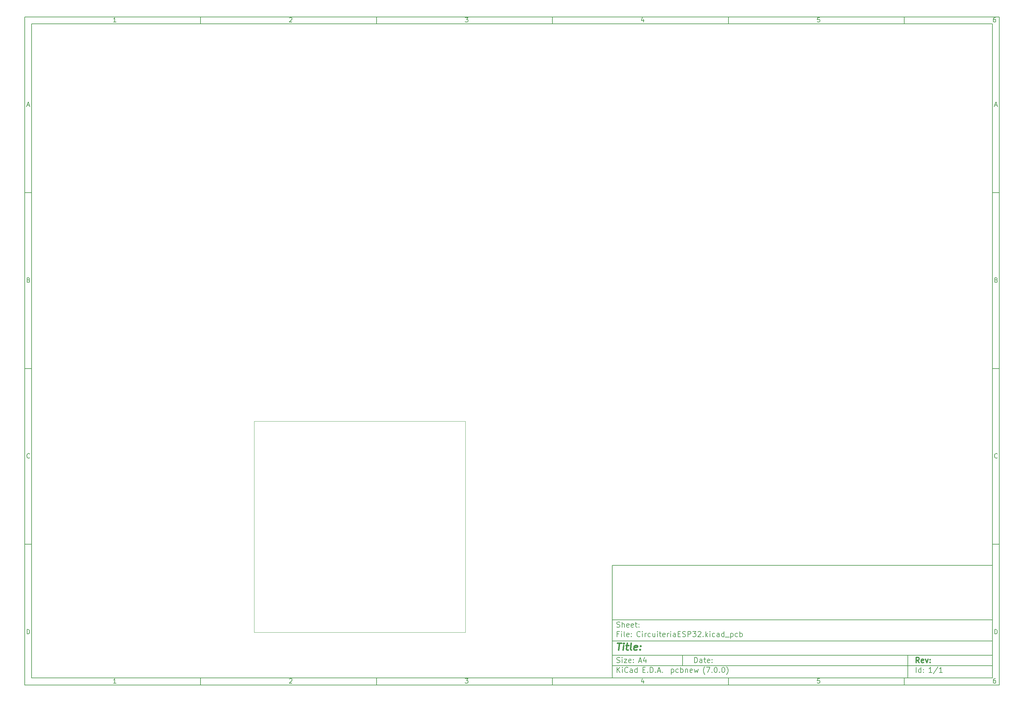
<source format=gbr>
%TF.GenerationSoftware,KiCad,Pcbnew,(7.0.0)*%
%TF.CreationDate,2023-05-11T10:59:04+02:00*%
%TF.ProjectId,CircuiteriaESP32,43697263-7569-4746-9572-696145535033,rev?*%
%TF.SameCoordinates,Original*%
%TF.FileFunction,Profile,NP*%
%FSLAX46Y46*%
G04 Gerber Fmt 4.6, Leading zero omitted, Abs format (unit mm)*
G04 Created by KiCad (PCBNEW (7.0.0)) date 2023-05-11 10:59:04*
%MOMM*%
%LPD*%
G01*
G04 APERTURE LIST*
%ADD10C,0.100000*%
%ADD11C,0.150000*%
%ADD12C,0.300000*%
%ADD13C,0.400000*%
%TA.AperFunction,Profile*%
%ADD14C,0.100000*%
%TD*%
G04 APERTURE END LIST*
D10*
D11*
X177002200Y-166007200D02*
X285002200Y-166007200D01*
X285002200Y-198007200D01*
X177002200Y-198007200D01*
X177002200Y-166007200D01*
D10*
D11*
X10000000Y-10000000D02*
X287002200Y-10000000D01*
X287002200Y-200007200D01*
X10000000Y-200007200D01*
X10000000Y-10000000D01*
D10*
D11*
X12000000Y-12000000D02*
X285002200Y-12000000D01*
X285002200Y-198007200D01*
X12000000Y-198007200D01*
X12000000Y-12000000D01*
D10*
D11*
X60000000Y-12000000D02*
X60000000Y-10000000D01*
D10*
D11*
X110000000Y-12000000D02*
X110000000Y-10000000D01*
D10*
D11*
X160000000Y-12000000D02*
X160000000Y-10000000D01*
D10*
D11*
X210000000Y-12000000D02*
X210000000Y-10000000D01*
D10*
D11*
X260000000Y-12000000D02*
X260000000Y-10000000D01*
D10*
D11*
X35990476Y-11477595D02*
X35247619Y-11477595D01*
X35619047Y-11477595D02*
X35619047Y-10177595D01*
X35619047Y-10177595D02*
X35495238Y-10363309D01*
X35495238Y-10363309D02*
X35371428Y-10487119D01*
X35371428Y-10487119D02*
X35247619Y-10549023D01*
D10*
D11*
X85247619Y-10301404D02*
X85309523Y-10239500D01*
X85309523Y-10239500D02*
X85433333Y-10177595D01*
X85433333Y-10177595D02*
X85742857Y-10177595D01*
X85742857Y-10177595D02*
X85866666Y-10239500D01*
X85866666Y-10239500D02*
X85928571Y-10301404D01*
X85928571Y-10301404D02*
X85990476Y-10425214D01*
X85990476Y-10425214D02*
X85990476Y-10549023D01*
X85990476Y-10549023D02*
X85928571Y-10734738D01*
X85928571Y-10734738D02*
X85185714Y-11477595D01*
X85185714Y-11477595D02*
X85990476Y-11477595D01*
D10*
D11*
X135185714Y-10177595D02*
X135990476Y-10177595D01*
X135990476Y-10177595D02*
X135557142Y-10672833D01*
X135557142Y-10672833D02*
X135742857Y-10672833D01*
X135742857Y-10672833D02*
X135866666Y-10734738D01*
X135866666Y-10734738D02*
X135928571Y-10796642D01*
X135928571Y-10796642D02*
X135990476Y-10920452D01*
X135990476Y-10920452D02*
X135990476Y-11229976D01*
X135990476Y-11229976D02*
X135928571Y-11353785D01*
X135928571Y-11353785D02*
X135866666Y-11415690D01*
X135866666Y-11415690D02*
X135742857Y-11477595D01*
X135742857Y-11477595D02*
X135371428Y-11477595D01*
X135371428Y-11477595D02*
X135247619Y-11415690D01*
X135247619Y-11415690D02*
X135185714Y-11353785D01*
D10*
D11*
X185866666Y-10610928D02*
X185866666Y-11477595D01*
X185557142Y-10115690D02*
X185247619Y-11044261D01*
X185247619Y-11044261D02*
X186052380Y-11044261D01*
D10*
D11*
X235928571Y-10177595D02*
X235309523Y-10177595D01*
X235309523Y-10177595D02*
X235247619Y-10796642D01*
X235247619Y-10796642D02*
X235309523Y-10734738D01*
X235309523Y-10734738D02*
X235433333Y-10672833D01*
X235433333Y-10672833D02*
X235742857Y-10672833D01*
X235742857Y-10672833D02*
X235866666Y-10734738D01*
X235866666Y-10734738D02*
X235928571Y-10796642D01*
X235928571Y-10796642D02*
X235990476Y-10920452D01*
X235990476Y-10920452D02*
X235990476Y-11229976D01*
X235990476Y-11229976D02*
X235928571Y-11353785D01*
X235928571Y-11353785D02*
X235866666Y-11415690D01*
X235866666Y-11415690D02*
X235742857Y-11477595D01*
X235742857Y-11477595D02*
X235433333Y-11477595D01*
X235433333Y-11477595D02*
X235309523Y-11415690D01*
X235309523Y-11415690D02*
X235247619Y-11353785D01*
D10*
D11*
X285866666Y-10177595D02*
X285619047Y-10177595D01*
X285619047Y-10177595D02*
X285495238Y-10239500D01*
X285495238Y-10239500D02*
X285433333Y-10301404D01*
X285433333Y-10301404D02*
X285309523Y-10487119D01*
X285309523Y-10487119D02*
X285247619Y-10734738D01*
X285247619Y-10734738D02*
X285247619Y-11229976D01*
X285247619Y-11229976D02*
X285309523Y-11353785D01*
X285309523Y-11353785D02*
X285371428Y-11415690D01*
X285371428Y-11415690D02*
X285495238Y-11477595D01*
X285495238Y-11477595D02*
X285742857Y-11477595D01*
X285742857Y-11477595D02*
X285866666Y-11415690D01*
X285866666Y-11415690D02*
X285928571Y-11353785D01*
X285928571Y-11353785D02*
X285990476Y-11229976D01*
X285990476Y-11229976D02*
X285990476Y-10920452D01*
X285990476Y-10920452D02*
X285928571Y-10796642D01*
X285928571Y-10796642D02*
X285866666Y-10734738D01*
X285866666Y-10734738D02*
X285742857Y-10672833D01*
X285742857Y-10672833D02*
X285495238Y-10672833D01*
X285495238Y-10672833D02*
X285371428Y-10734738D01*
X285371428Y-10734738D02*
X285309523Y-10796642D01*
X285309523Y-10796642D02*
X285247619Y-10920452D01*
D10*
D11*
X60000000Y-198007200D02*
X60000000Y-200007200D01*
D10*
D11*
X110000000Y-198007200D02*
X110000000Y-200007200D01*
D10*
D11*
X160000000Y-198007200D02*
X160000000Y-200007200D01*
D10*
D11*
X210000000Y-198007200D02*
X210000000Y-200007200D01*
D10*
D11*
X260000000Y-198007200D02*
X260000000Y-200007200D01*
D10*
D11*
X35990476Y-199484795D02*
X35247619Y-199484795D01*
X35619047Y-199484795D02*
X35619047Y-198184795D01*
X35619047Y-198184795D02*
X35495238Y-198370509D01*
X35495238Y-198370509D02*
X35371428Y-198494319D01*
X35371428Y-198494319D02*
X35247619Y-198556223D01*
D10*
D11*
X85247619Y-198308604D02*
X85309523Y-198246700D01*
X85309523Y-198246700D02*
X85433333Y-198184795D01*
X85433333Y-198184795D02*
X85742857Y-198184795D01*
X85742857Y-198184795D02*
X85866666Y-198246700D01*
X85866666Y-198246700D02*
X85928571Y-198308604D01*
X85928571Y-198308604D02*
X85990476Y-198432414D01*
X85990476Y-198432414D02*
X85990476Y-198556223D01*
X85990476Y-198556223D02*
X85928571Y-198741938D01*
X85928571Y-198741938D02*
X85185714Y-199484795D01*
X85185714Y-199484795D02*
X85990476Y-199484795D01*
D10*
D11*
X135185714Y-198184795D02*
X135990476Y-198184795D01*
X135990476Y-198184795D02*
X135557142Y-198680033D01*
X135557142Y-198680033D02*
X135742857Y-198680033D01*
X135742857Y-198680033D02*
X135866666Y-198741938D01*
X135866666Y-198741938D02*
X135928571Y-198803842D01*
X135928571Y-198803842D02*
X135990476Y-198927652D01*
X135990476Y-198927652D02*
X135990476Y-199237176D01*
X135990476Y-199237176D02*
X135928571Y-199360985D01*
X135928571Y-199360985D02*
X135866666Y-199422890D01*
X135866666Y-199422890D02*
X135742857Y-199484795D01*
X135742857Y-199484795D02*
X135371428Y-199484795D01*
X135371428Y-199484795D02*
X135247619Y-199422890D01*
X135247619Y-199422890D02*
X135185714Y-199360985D01*
D10*
D11*
X185866666Y-198618128D02*
X185866666Y-199484795D01*
X185557142Y-198122890D02*
X185247619Y-199051461D01*
X185247619Y-199051461D02*
X186052380Y-199051461D01*
D10*
D11*
X235928571Y-198184795D02*
X235309523Y-198184795D01*
X235309523Y-198184795D02*
X235247619Y-198803842D01*
X235247619Y-198803842D02*
X235309523Y-198741938D01*
X235309523Y-198741938D02*
X235433333Y-198680033D01*
X235433333Y-198680033D02*
X235742857Y-198680033D01*
X235742857Y-198680033D02*
X235866666Y-198741938D01*
X235866666Y-198741938D02*
X235928571Y-198803842D01*
X235928571Y-198803842D02*
X235990476Y-198927652D01*
X235990476Y-198927652D02*
X235990476Y-199237176D01*
X235990476Y-199237176D02*
X235928571Y-199360985D01*
X235928571Y-199360985D02*
X235866666Y-199422890D01*
X235866666Y-199422890D02*
X235742857Y-199484795D01*
X235742857Y-199484795D02*
X235433333Y-199484795D01*
X235433333Y-199484795D02*
X235309523Y-199422890D01*
X235309523Y-199422890D02*
X235247619Y-199360985D01*
D10*
D11*
X285866666Y-198184795D02*
X285619047Y-198184795D01*
X285619047Y-198184795D02*
X285495238Y-198246700D01*
X285495238Y-198246700D02*
X285433333Y-198308604D01*
X285433333Y-198308604D02*
X285309523Y-198494319D01*
X285309523Y-198494319D02*
X285247619Y-198741938D01*
X285247619Y-198741938D02*
X285247619Y-199237176D01*
X285247619Y-199237176D02*
X285309523Y-199360985D01*
X285309523Y-199360985D02*
X285371428Y-199422890D01*
X285371428Y-199422890D02*
X285495238Y-199484795D01*
X285495238Y-199484795D02*
X285742857Y-199484795D01*
X285742857Y-199484795D02*
X285866666Y-199422890D01*
X285866666Y-199422890D02*
X285928571Y-199360985D01*
X285928571Y-199360985D02*
X285990476Y-199237176D01*
X285990476Y-199237176D02*
X285990476Y-198927652D01*
X285990476Y-198927652D02*
X285928571Y-198803842D01*
X285928571Y-198803842D02*
X285866666Y-198741938D01*
X285866666Y-198741938D02*
X285742857Y-198680033D01*
X285742857Y-198680033D02*
X285495238Y-198680033D01*
X285495238Y-198680033D02*
X285371428Y-198741938D01*
X285371428Y-198741938D02*
X285309523Y-198803842D01*
X285309523Y-198803842D02*
X285247619Y-198927652D01*
D10*
D11*
X10000000Y-60000000D02*
X12000000Y-60000000D01*
D10*
D11*
X10000000Y-110000000D02*
X12000000Y-110000000D01*
D10*
D11*
X10000000Y-160000000D02*
X12000000Y-160000000D01*
D10*
D11*
X10690476Y-35106166D02*
X11309523Y-35106166D01*
X10566666Y-35477595D02*
X10999999Y-34177595D01*
X10999999Y-34177595D02*
X11433333Y-35477595D01*
D10*
D11*
X11092857Y-84796642D02*
X11278571Y-84858547D01*
X11278571Y-84858547D02*
X11340476Y-84920452D01*
X11340476Y-84920452D02*
X11402380Y-85044261D01*
X11402380Y-85044261D02*
X11402380Y-85229976D01*
X11402380Y-85229976D02*
X11340476Y-85353785D01*
X11340476Y-85353785D02*
X11278571Y-85415690D01*
X11278571Y-85415690D02*
X11154761Y-85477595D01*
X11154761Y-85477595D02*
X10659523Y-85477595D01*
X10659523Y-85477595D02*
X10659523Y-84177595D01*
X10659523Y-84177595D02*
X11092857Y-84177595D01*
X11092857Y-84177595D02*
X11216666Y-84239500D01*
X11216666Y-84239500D02*
X11278571Y-84301404D01*
X11278571Y-84301404D02*
X11340476Y-84425214D01*
X11340476Y-84425214D02*
X11340476Y-84549023D01*
X11340476Y-84549023D02*
X11278571Y-84672833D01*
X11278571Y-84672833D02*
X11216666Y-84734738D01*
X11216666Y-84734738D02*
X11092857Y-84796642D01*
X11092857Y-84796642D02*
X10659523Y-84796642D01*
D10*
D11*
X11402380Y-135353785D02*
X11340476Y-135415690D01*
X11340476Y-135415690D02*
X11154761Y-135477595D01*
X11154761Y-135477595D02*
X11030952Y-135477595D01*
X11030952Y-135477595D02*
X10845238Y-135415690D01*
X10845238Y-135415690D02*
X10721428Y-135291880D01*
X10721428Y-135291880D02*
X10659523Y-135168071D01*
X10659523Y-135168071D02*
X10597619Y-134920452D01*
X10597619Y-134920452D02*
X10597619Y-134734738D01*
X10597619Y-134734738D02*
X10659523Y-134487119D01*
X10659523Y-134487119D02*
X10721428Y-134363309D01*
X10721428Y-134363309D02*
X10845238Y-134239500D01*
X10845238Y-134239500D02*
X11030952Y-134177595D01*
X11030952Y-134177595D02*
X11154761Y-134177595D01*
X11154761Y-134177595D02*
X11340476Y-134239500D01*
X11340476Y-134239500D02*
X11402380Y-134301404D01*
D10*
D11*
X10659523Y-185477595D02*
X10659523Y-184177595D01*
X10659523Y-184177595D02*
X10969047Y-184177595D01*
X10969047Y-184177595D02*
X11154761Y-184239500D01*
X11154761Y-184239500D02*
X11278571Y-184363309D01*
X11278571Y-184363309D02*
X11340476Y-184487119D01*
X11340476Y-184487119D02*
X11402380Y-184734738D01*
X11402380Y-184734738D02*
X11402380Y-184920452D01*
X11402380Y-184920452D02*
X11340476Y-185168071D01*
X11340476Y-185168071D02*
X11278571Y-185291880D01*
X11278571Y-185291880D02*
X11154761Y-185415690D01*
X11154761Y-185415690D02*
X10969047Y-185477595D01*
X10969047Y-185477595D02*
X10659523Y-185477595D01*
D10*
D11*
X287002200Y-60000000D02*
X285002200Y-60000000D01*
D10*
D11*
X287002200Y-110000000D02*
X285002200Y-110000000D01*
D10*
D11*
X287002200Y-160000000D02*
X285002200Y-160000000D01*
D10*
D11*
X285692676Y-35106166D02*
X286311723Y-35106166D01*
X285568866Y-35477595D02*
X286002199Y-34177595D01*
X286002199Y-34177595D02*
X286435533Y-35477595D01*
D10*
D11*
X286095057Y-84796642D02*
X286280771Y-84858547D01*
X286280771Y-84858547D02*
X286342676Y-84920452D01*
X286342676Y-84920452D02*
X286404580Y-85044261D01*
X286404580Y-85044261D02*
X286404580Y-85229976D01*
X286404580Y-85229976D02*
X286342676Y-85353785D01*
X286342676Y-85353785D02*
X286280771Y-85415690D01*
X286280771Y-85415690D02*
X286156961Y-85477595D01*
X286156961Y-85477595D02*
X285661723Y-85477595D01*
X285661723Y-85477595D02*
X285661723Y-84177595D01*
X285661723Y-84177595D02*
X286095057Y-84177595D01*
X286095057Y-84177595D02*
X286218866Y-84239500D01*
X286218866Y-84239500D02*
X286280771Y-84301404D01*
X286280771Y-84301404D02*
X286342676Y-84425214D01*
X286342676Y-84425214D02*
X286342676Y-84549023D01*
X286342676Y-84549023D02*
X286280771Y-84672833D01*
X286280771Y-84672833D02*
X286218866Y-84734738D01*
X286218866Y-84734738D02*
X286095057Y-84796642D01*
X286095057Y-84796642D02*
X285661723Y-84796642D01*
D10*
D11*
X286404580Y-135353785D02*
X286342676Y-135415690D01*
X286342676Y-135415690D02*
X286156961Y-135477595D01*
X286156961Y-135477595D02*
X286033152Y-135477595D01*
X286033152Y-135477595D02*
X285847438Y-135415690D01*
X285847438Y-135415690D02*
X285723628Y-135291880D01*
X285723628Y-135291880D02*
X285661723Y-135168071D01*
X285661723Y-135168071D02*
X285599819Y-134920452D01*
X285599819Y-134920452D02*
X285599819Y-134734738D01*
X285599819Y-134734738D02*
X285661723Y-134487119D01*
X285661723Y-134487119D02*
X285723628Y-134363309D01*
X285723628Y-134363309D02*
X285847438Y-134239500D01*
X285847438Y-134239500D02*
X286033152Y-134177595D01*
X286033152Y-134177595D02*
X286156961Y-134177595D01*
X286156961Y-134177595D02*
X286342676Y-134239500D01*
X286342676Y-134239500D02*
X286404580Y-134301404D01*
D10*
D11*
X285661723Y-185477595D02*
X285661723Y-184177595D01*
X285661723Y-184177595D02*
X285971247Y-184177595D01*
X285971247Y-184177595D02*
X286156961Y-184239500D01*
X286156961Y-184239500D02*
X286280771Y-184363309D01*
X286280771Y-184363309D02*
X286342676Y-184487119D01*
X286342676Y-184487119D02*
X286404580Y-184734738D01*
X286404580Y-184734738D02*
X286404580Y-184920452D01*
X286404580Y-184920452D02*
X286342676Y-185168071D01*
X286342676Y-185168071D02*
X286280771Y-185291880D01*
X286280771Y-185291880D02*
X286156961Y-185415690D01*
X286156961Y-185415690D02*
X285971247Y-185477595D01*
X285971247Y-185477595D02*
X285661723Y-185477595D01*
D10*
D11*
X200359342Y-193658271D02*
X200359342Y-192158271D01*
X200359342Y-192158271D02*
X200716485Y-192158271D01*
X200716485Y-192158271D02*
X200930771Y-192229700D01*
X200930771Y-192229700D02*
X201073628Y-192372557D01*
X201073628Y-192372557D02*
X201145057Y-192515414D01*
X201145057Y-192515414D02*
X201216485Y-192801128D01*
X201216485Y-192801128D02*
X201216485Y-193015414D01*
X201216485Y-193015414D02*
X201145057Y-193301128D01*
X201145057Y-193301128D02*
X201073628Y-193443985D01*
X201073628Y-193443985D02*
X200930771Y-193586842D01*
X200930771Y-193586842D02*
X200716485Y-193658271D01*
X200716485Y-193658271D02*
X200359342Y-193658271D01*
X202502200Y-193658271D02*
X202502200Y-192872557D01*
X202502200Y-192872557D02*
X202430771Y-192729700D01*
X202430771Y-192729700D02*
X202287914Y-192658271D01*
X202287914Y-192658271D02*
X202002200Y-192658271D01*
X202002200Y-192658271D02*
X201859342Y-192729700D01*
X202502200Y-193586842D02*
X202359342Y-193658271D01*
X202359342Y-193658271D02*
X202002200Y-193658271D01*
X202002200Y-193658271D02*
X201859342Y-193586842D01*
X201859342Y-193586842D02*
X201787914Y-193443985D01*
X201787914Y-193443985D02*
X201787914Y-193301128D01*
X201787914Y-193301128D02*
X201859342Y-193158271D01*
X201859342Y-193158271D02*
X202002200Y-193086842D01*
X202002200Y-193086842D02*
X202359342Y-193086842D01*
X202359342Y-193086842D02*
X202502200Y-193015414D01*
X203002200Y-192658271D02*
X203573628Y-192658271D01*
X203216485Y-192158271D02*
X203216485Y-193443985D01*
X203216485Y-193443985D02*
X203287914Y-193586842D01*
X203287914Y-193586842D02*
X203430771Y-193658271D01*
X203430771Y-193658271D02*
X203573628Y-193658271D01*
X204645057Y-193586842D02*
X204502200Y-193658271D01*
X204502200Y-193658271D02*
X204216486Y-193658271D01*
X204216486Y-193658271D02*
X204073628Y-193586842D01*
X204073628Y-193586842D02*
X204002200Y-193443985D01*
X204002200Y-193443985D02*
X204002200Y-192872557D01*
X204002200Y-192872557D02*
X204073628Y-192729700D01*
X204073628Y-192729700D02*
X204216486Y-192658271D01*
X204216486Y-192658271D02*
X204502200Y-192658271D01*
X204502200Y-192658271D02*
X204645057Y-192729700D01*
X204645057Y-192729700D02*
X204716486Y-192872557D01*
X204716486Y-192872557D02*
X204716486Y-193015414D01*
X204716486Y-193015414D02*
X204002200Y-193158271D01*
X205359342Y-193515414D02*
X205430771Y-193586842D01*
X205430771Y-193586842D02*
X205359342Y-193658271D01*
X205359342Y-193658271D02*
X205287914Y-193586842D01*
X205287914Y-193586842D02*
X205359342Y-193515414D01*
X205359342Y-193515414D02*
X205359342Y-193658271D01*
X205359342Y-192729700D02*
X205430771Y-192801128D01*
X205430771Y-192801128D02*
X205359342Y-192872557D01*
X205359342Y-192872557D02*
X205287914Y-192801128D01*
X205287914Y-192801128D02*
X205359342Y-192729700D01*
X205359342Y-192729700D02*
X205359342Y-192872557D01*
D10*
D11*
X177002200Y-194507200D02*
X285002200Y-194507200D01*
D10*
D11*
X178359342Y-196458271D02*
X178359342Y-194958271D01*
X179216485Y-196458271D02*
X178573628Y-195601128D01*
X179216485Y-194958271D02*
X178359342Y-195815414D01*
X179859342Y-196458271D02*
X179859342Y-195458271D01*
X179859342Y-194958271D02*
X179787914Y-195029700D01*
X179787914Y-195029700D02*
X179859342Y-195101128D01*
X179859342Y-195101128D02*
X179930771Y-195029700D01*
X179930771Y-195029700D02*
X179859342Y-194958271D01*
X179859342Y-194958271D02*
X179859342Y-195101128D01*
X181430771Y-196315414D02*
X181359343Y-196386842D01*
X181359343Y-196386842D02*
X181145057Y-196458271D01*
X181145057Y-196458271D02*
X181002200Y-196458271D01*
X181002200Y-196458271D02*
X180787914Y-196386842D01*
X180787914Y-196386842D02*
X180645057Y-196243985D01*
X180645057Y-196243985D02*
X180573628Y-196101128D01*
X180573628Y-196101128D02*
X180502200Y-195815414D01*
X180502200Y-195815414D02*
X180502200Y-195601128D01*
X180502200Y-195601128D02*
X180573628Y-195315414D01*
X180573628Y-195315414D02*
X180645057Y-195172557D01*
X180645057Y-195172557D02*
X180787914Y-195029700D01*
X180787914Y-195029700D02*
X181002200Y-194958271D01*
X181002200Y-194958271D02*
X181145057Y-194958271D01*
X181145057Y-194958271D02*
X181359343Y-195029700D01*
X181359343Y-195029700D02*
X181430771Y-195101128D01*
X182716486Y-196458271D02*
X182716486Y-195672557D01*
X182716486Y-195672557D02*
X182645057Y-195529700D01*
X182645057Y-195529700D02*
X182502200Y-195458271D01*
X182502200Y-195458271D02*
X182216486Y-195458271D01*
X182216486Y-195458271D02*
X182073628Y-195529700D01*
X182716486Y-196386842D02*
X182573628Y-196458271D01*
X182573628Y-196458271D02*
X182216486Y-196458271D01*
X182216486Y-196458271D02*
X182073628Y-196386842D01*
X182073628Y-196386842D02*
X182002200Y-196243985D01*
X182002200Y-196243985D02*
X182002200Y-196101128D01*
X182002200Y-196101128D02*
X182073628Y-195958271D01*
X182073628Y-195958271D02*
X182216486Y-195886842D01*
X182216486Y-195886842D02*
X182573628Y-195886842D01*
X182573628Y-195886842D02*
X182716486Y-195815414D01*
X184073629Y-196458271D02*
X184073629Y-194958271D01*
X184073629Y-196386842D02*
X183930771Y-196458271D01*
X183930771Y-196458271D02*
X183645057Y-196458271D01*
X183645057Y-196458271D02*
X183502200Y-196386842D01*
X183502200Y-196386842D02*
X183430771Y-196315414D01*
X183430771Y-196315414D02*
X183359343Y-196172557D01*
X183359343Y-196172557D02*
X183359343Y-195743985D01*
X183359343Y-195743985D02*
X183430771Y-195601128D01*
X183430771Y-195601128D02*
X183502200Y-195529700D01*
X183502200Y-195529700D02*
X183645057Y-195458271D01*
X183645057Y-195458271D02*
X183930771Y-195458271D01*
X183930771Y-195458271D02*
X184073629Y-195529700D01*
X185687914Y-195672557D02*
X186187914Y-195672557D01*
X186402200Y-196458271D02*
X185687914Y-196458271D01*
X185687914Y-196458271D02*
X185687914Y-194958271D01*
X185687914Y-194958271D02*
X186402200Y-194958271D01*
X187045057Y-196315414D02*
X187116486Y-196386842D01*
X187116486Y-196386842D02*
X187045057Y-196458271D01*
X187045057Y-196458271D02*
X186973629Y-196386842D01*
X186973629Y-196386842D02*
X187045057Y-196315414D01*
X187045057Y-196315414D02*
X187045057Y-196458271D01*
X187759343Y-196458271D02*
X187759343Y-194958271D01*
X187759343Y-194958271D02*
X188116486Y-194958271D01*
X188116486Y-194958271D02*
X188330772Y-195029700D01*
X188330772Y-195029700D02*
X188473629Y-195172557D01*
X188473629Y-195172557D02*
X188545058Y-195315414D01*
X188545058Y-195315414D02*
X188616486Y-195601128D01*
X188616486Y-195601128D02*
X188616486Y-195815414D01*
X188616486Y-195815414D02*
X188545058Y-196101128D01*
X188545058Y-196101128D02*
X188473629Y-196243985D01*
X188473629Y-196243985D02*
X188330772Y-196386842D01*
X188330772Y-196386842D02*
X188116486Y-196458271D01*
X188116486Y-196458271D02*
X187759343Y-196458271D01*
X189259343Y-196315414D02*
X189330772Y-196386842D01*
X189330772Y-196386842D02*
X189259343Y-196458271D01*
X189259343Y-196458271D02*
X189187915Y-196386842D01*
X189187915Y-196386842D02*
X189259343Y-196315414D01*
X189259343Y-196315414D02*
X189259343Y-196458271D01*
X189902201Y-196029700D02*
X190616487Y-196029700D01*
X189759344Y-196458271D02*
X190259344Y-194958271D01*
X190259344Y-194958271D02*
X190759344Y-196458271D01*
X191259343Y-196315414D02*
X191330772Y-196386842D01*
X191330772Y-196386842D02*
X191259343Y-196458271D01*
X191259343Y-196458271D02*
X191187915Y-196386842D01*
X191187915Y-196386842D02*
X191259343Y-196315414D01*
X191259343Y-196315414D02*
X191259343Y-196458271D01*
X193773629Y-195458271D02*
X193773629Y-196958271D01*
X193773629Y-195529700D02*
X193916487Y-195458271D01*
X193916487Y-195458271D02*
X194202201Y-195458271D01*
X194202201Y-195458271D02*
X194345058Y-195529700D01*
X194345058Y-195529700D02*
X194416487Y-195601128D01*
X194416487Y-195601128D02*
X194487915Y-195743985D01*
X194487915Y-195743985D02*
X194487915Y-196172557D01*
X194487915Y-196172557D02*
X194416487Y-196315414D01*
X194416487Y-196315414D02*
X194345058Y-196386842D01*
X194345058Y-196386842D02*
X194202201Y-196458271D01*
X194202201Y-196458271D02*
X193916487Y-196458271D01*
X193916487Y-196458271D02*
X193773629Y-196386842D01*
X195773630Y-196386842D02*
X195630772Y-196458271D01*
X195630772Y-196458271D02*
X195345058Y-196458271D01*
X195345058Y-196458271D02*
X195202201Y-196386842D01*
X195202201Y-196386842D02*
X195130772Y-196315414D01*
X195130772Y-196315414D02*
X195059344Y-196172557D01*
X195059344Y-196172557D02*
X195059344Y-195743985D01*
X195059344Y-195743985D02*
X195130772Y-195601128D01*
X195130772Y-195601128D02*
X195202201Y-195529700D01*
X195202201Y-195529700D02*
X195345058Y-195458271D01*
X195345058Y-195458271D02*
X195630772Y-195458271D01*
X195630772Y-195458271D02*
X195773630Y-195529700D01*
X196416486Y-196458271D02*
X196416486Y-194958271D01*
X196416486Y-195529700D02*
X196559344Y-195458271D01*
X196559344Y-195458271D02*
X196845058Y-195458271D01*
X196845058Y-195458271D02*
X196987915Y-195529700D01*
X196987915Y-195529700D02*
X197059344Y-195601128D01*
X197059344Y-195601128D02*
X197130772Y-195743985D01*
X197130772Y-195743985D02*
X197130772Y-196172557D01*
X197130772Y-196172557D02*
X197059344Y-196315414D01*
X197059344Y-196315414D02*
X196987915Y-196386842D01*
X196987915Y-196386842D02*
X196845058Y-196458271D01*
X196845058Y-196458271D02*
X196559344Y-196458271D01*
X196559344Y-196458271D02*
X196416486Y-196386842D01*
X197773629Y-195458271D02*
X197773629Y-196458271D01*
X197773629Y-195601128D02*
X197845058Y-195529700D01*
X197845058Y-195529700D02*
X197987915Y-195458271D01*
X197987915Y-195458271D02*
X198202201Y-195458271D01*
X198202201Y-195458271D02*
X198345058Y-195529700D01*
X198345058Y-195529700D02*
X198416487Y-195672557D01*
X198416487Y-195672557D02*
X198416487Y-196458271D01*
X199702201Y-196386842D02*
X199559344Y-196458271D01*
X199559344Y-196458271D02*
X199273630Y-196458271D01*
X199273630Y-196458271D02*
X199130772Y-196386842D01*
X199130772Y-196386842D02*
X199059344Y-196243985D01*
X199059344Y-196243985D02*
X199059344Y-195672557D01*
X199059344Y-195672557D02*
X199130772Y-195529700D01*
X199130772Y-195529700D02*
X199273630Y-195458271D01*
X199273630Y-195458271D02*
X199559344Y-195458271D01*
X199559344Y-195458271D02*
X199702201Y-195529700D01*
X199702201Y-195529700D02*
X199773630Y-195672557D01*
X199773630Y-195672557D02*
X199773630Y-195815414D01*
X199773630Y-195815414D02*
X199059344Y-195958271D01*
X200273629Y-195458271D02*
X200559344Y-196458271D01*
X200559344Y-196458271D02*
X200845058Y-195743985D01*
X200845058Y-195743985D02*
X201130772Y-196458271D01*
X201130772Y-196458271D02*
X201416486Y-195458271D01*
X203316487Y-197029700D02*
X203245058Y-196958271D01*
X203245058Y-196958271D02*
X203102201Y-196743985D01*
X203102201Y-196743985D02*
X203030773Y-196601128D01*
X203030773Y-196601128D02*
X202959344Y-196386842D01*
X202959344Y-196386842D02*
X202887915Y-196029700D01*
X202887915Y-196029700D02*
X202887915Y-195743985D01*
X202887915Y-195743985D02*
X202959344Y-195386842D01*
X202959344Y-195386842D02*
X203030773Y-195172557D01*
X203030773Y-195172557D02*
X203102201Y-195029700D01*
X203102201Y-195029700D02*
X203245058Y-194815414D01*
X203245058Y-194815414D02*
X203316487Y-194743985D01*
X203745058Y-194958271D02*
X204745058Y-194958271D01*
X204745058Y-194958271D02*
X204102201Y-196458271D01*
X205316486Y-196315414D02*
X205387915Y-196386842D01*
X205387915Y-196386842D02*
X205316486Y-196458271D01*
X205316486Y-196458271D02*
X205245058Y-196386842D01*
X205245058Y-196386842D02*
X205316486Y-196315414D01*
X205316486Y-196315414D02*
X205316486Y-196458271D01*
X206316487Y-194958271D02*
X206459344Y-194958271D01*
X206459344Y-194958271D02*
X206602201Y-195029700D01*
X206602201Y-195029700D02*
X206673630Y-195101128D01*
X206673630Y-195101128D02*
X206745058Y-195243985D01*
X206745058Y-195243985D02*
X206816487Y-195529700D01*
X206816487Y-195529700D02*
X206816487Y-195886842D01*
X206816487Y-195886842D02*
X206745058Y-196172557D01*
X206745058Y-196172557D02*
X206673630Y-196315414D01*
X206673630Y-196315414D02*
X206602201Y-196386842D01*
X206602201Y-196386842D02*
X206459344Y-196458271D01*
X206459344Y-196458271D02*
X206316487Y-196458271D01*
X206316487Y-196458271D02*
X206173630Y-196386842D01*
X206173630Y-196386842D02*
X206102201Y-196315414D01*
X206102201Y-196315414D02*
X206030772Y-196172557D01*
X206030772Y-196172557D02*
X205959344Y-195886842D01*
X205959344Y-195886842D02*
X205959344Y-195529700D01*
X205959344Y-195529700D02*
X206030772Y-195243985D01*
X206030772Y-195243985D02*
X206102201Y-195101128D01*
X206102201Y-195101128D02*
X206173630Y-195029700D01*
X206173630Y-195029700D02*
X206316487Y-194958271D01*
X207459343Y-196315414D02*
X207530772Y-196386842D01*
X207530772Y-196386842D02*
X207459343Y-196458271D01*
X207459343Y-196458271D02*
X207387915Y-196386842D01*
X207387915Y-196386842D02*
X207459343Y-196315414D01*
X207459343Y-196315414D02*
X207459343Y-196458271D01*
X208459344Y-194958271D02*
X208602201Y-194958271D01*
X208602201Y-194958271D02*
X208745058Y-195029700D01*
X208745058Y-195029700D02*
X208816487Y-195101128D01*
X208816487Y-195101128D02*
X208887915Y-195243985D01*
X208887915Y-195243985D02*
X208959344Y-195529700D01*
X208959344Y-195529700D02*
X208959344Y-195886842D01*
X208959344Y-195886842D02*
X208887915Y-196172557D01*
X208887915Y-196172557D02*
X208816487Y-196315414D01*
X208816487Y-196315414D02*
X208745058Y-196386842D01*
X208745058Y-196386842D02*
X208602201Y-196458271D01*
X208602201Y-196458271D02*
X208459344Y-196458271D01*
X208459344Y-196458271D02*
X208316487Y-196386842D01*
X208316487Y-196386842D02*
X208245058Y-196315414D01*
X208245058Y-196315414D02*
X208173629Y-196172557D01*
X208173629Y-196172557D02*
X208102201Y-195886842D01*
X208102201Y-195886842D02*
X208102201Y-195529700D01*
X208102201Y-195529700D02*
X208173629Y-195243985D01*
X208173629Y-195243985D02*
X208245058Y-195101128D01*
X208245058Y-195101128D02*
X208316487Y-195029700D01*
X208316487Y-195029700D02*
X208459344Y-194958271D01*
X209459343Y-197029700D02*
X209530772Y-196958271D01*
X209530772Y-196958271D02*
X209673629Y-196743985D01*
X209673629Y-196743985D02*
X209745058Y-196601128D01*
X209745058Y-196601128D02*
X209816486Y-196386842D01*
X209816486Y-196386842D02*
X209887915Y-196029700D01*
X209887915Y-196029700D02*
X209887915Y-195743985D01*
X209887915Y-195743985D02*
X209816486Y-195386842D01*
X209816486Y-195386842D02*
X209745058Y-195172557D01*
X209745058Y-195172557D02*
X209673629Y-195029700D01*
X209673629Y-195029700D02*
X209530772Y-194815414D01*
X209530772Y-194815414D02*
X209459343Y-194743985D01*
D10*
D11*
X177002200Y-191507200D02*
X285002200Y-191507200D01*
D10*
D12*
X264216485Y-193658271D02*
X263716485Y-192943985D01*
X263359342Y-193658271D02*
X263359342Y-192158271D01*
X263359342Y-192158271D02*
X263930771Y-192158271D01*
X263930771Y-192158271D02*
X264073628Y-192229700D01*
X264073628Y-192229700D02*
X264145057Y-192301128D01*
X264145057Y-192301128D02*
X264216485Y-192443985D01*
X264216485Y-192443985D02*
X264216485Y-192658271D01*
X264216485Y-192658271D02*
X264145057Y-192801128D01*
X264145057Y-192801128D02*
X264073628Y-192872557D01*
X264073628Y-192872557D02*
X263930771Y-192943985D01*
X263930771Y-192943985D02*
X263359342Y-192943985D01*
X265430771Y-193586842D02*
X265287914Y-193658271D01*
X265287914Y-193658271D02*
X265002200Y-193658271D01*
X265002200Y-193658271D02*
X264859342Y-193586842D01*
X264859342Y-193586842D02*
X264787914Y-193443985D01*
X264787914Y-193443985D02*
X264787914Y-192872557D01*
X264787914Y-192872557D02*
X264859342Y-192729700D01*
X264859342Y-192729700D02*
X265002200Y-192658271D01*
X265002200Y-192658271D02*
X265287914Y-192658271D01*
X265287914Y-192658271D02*
X265430771Y-192729700D01*
X265430771Y-192729700D02*
X265502200Y-192872557D01*
X265502200Y-192872557D02*
X265502200Y-193015414D01*
X265502200Y-193015414D02*
X264787914Y-193158271D01*
X266002199Y-192658271D02*
X266359342Y-193658271D01*
X266359342Y-193658271D02*
X266716485Y-192658271D01*
X267287913Y-193515414D02*
X267359342Y-193586842D01*
X267359342Y-193586842D02*
X267287913Y-193658271D01*
X267287913Y-193658271D02*
X267216485Y-193586842D01*
X267216485Y-193586842D02*
X267287913Y-193515414D01*
X267287913Y-193515414D02*
X267287913Y-193658271D01*
X267287913Y-192729700D02*
X267359342Y-192801128D01*
X267359342Y-192801128D02*
X267287913Y-192872557D01*
X267287913Y-192872557D02*
X267216485Y-192801128D01*
X267216485Y-192801128D02*
X267287913Y-192729700D01*
X267287913Y-192729700D02*
X267287913Y-192872557D01*
D10*
D11*
X178287914Y-193586842D02*
X178502200Y-193658271D01*
X178502200Y-193658271D02*
X178859342Y-193658271D01*
X178859342Y-193658271D02*
X179002200Y-193586842D01*
X179002200Y-193586842D02*
X179073628Y-193515414D01*
X179073628Y-193515414D02*
X179145057Y-193372557D01*
X179145057Y-193372557D02*
X179145057Y-193229700D01*
X179145057Y-193229700D02*
X179073628Y-193086842D01*
X179073628Y-193086842D02*
X179002200Y-193015414D01*
X179002200Y-193015414D02*
X178859342Y-192943985D01*
X178859342Y-192943985D02*
X178573628Y-192872557D01*
X178573628Y-192872557D02*
X178430771Y-192801128D01*
X178430771Y-192801128D02*
X178359342Y-192729700D01*
X178359342Y-192729700D02*
X178287914Y-192586842D01*
X178287914Y-192586842D02*
X178287914Y-192443985D01*
X178287914Y-192443985D02*
X178359342Y-192301128D01*
X178359342Y-192301128D02*
X178430771Y-192229700D01*
X178430771Y-192229700D02*
X178573628Y-192158271D01*
X178573628Y-192158271D02*
X178930771Y-192158271D01*
X178930771Y-192158271D02*
X179145057Y-192229700D01*
X179787913Y-193658271D02*
X179787913Y-192658271D01*
X179787913Y-192158271D02*
X179716485Y-192229700D01*
X179716485Y-192229700D02*
X179787913Y-192301128D01*
X179787913Y-192301128D02*
X179859342Y-192229700D01*
X179859342Y-192229700D02*
X179787913Y-192158271D01*
X179787913Y-192158271D02*
X179787913Y-192301128D01*
X180359342Y-192658271D02*
X181145057Y-192658271D01*
X181145057Y-192658271D02*
X180359342Y-193658271D01*
X180359342Y-193658271D02*
X181145057Y-193658271D01*
X182287914Y-193586842D02*
X182145057Y-193658271D01*
X182145057Y-193658271D02*
X181859343Y-193658271D01*
X181859343Y-193658271D02*
X181716485Y-193586842D01*
X181716485Y-193586842D02*
X181645057Y-193443985D01*
X181645057Y-193443985D02*
X181645057Y-192872557D01*
X181645057Y-192872557D02*
X181716485Y-192729700D01*
X181716485Y-192729700D02*
X181859343Y-192658271D01*
X181859343Y-192658271D02*
X182145057Y-192658271D01*
X182145057Y-192658271D02*
X182287914Y-192729700D01*
X182287914Y-192729700D02*
X182359343Y-192872557D01*
X182359343Y-192872557D02*
X182359343Y-193015414D01*
X182359343Y-193015414D02*
X181645057Y-193158271D01*
X183002199Y-193515414D02*
X183073628Y-193586842D01*
X183073628Y-193586842D02*
X183002199Y-193658271D01*
X183002199Y-193658271D02*
X182930771Y-193586842D01*
X182930771Y-193586842D02*
X183002199Y-193515414D01*
X183002199Y-193515414D02*
X183002199Y-193658271D01*
X183002199Y-192729700D02*
X183073628Y-192801128D01*
X183073628Y-192801128D02*
X183002199Y-192872557D01*
X183002199Y-192872557D02*
X182930771Y-192801128D01*
X182930771Y-192801128D02*
X183002199Y-192729700D01*
X183002199Y-192729700D02*
X183002199Y-192872557D01*
X184545057Y-193229700D02*
X185259343Y-193229700D01*
X184402200Y-193658271D02*
X184902200Y-192158271D01*
X184902200Y-192158271D02*
X185402200Y-193658271D01*
X186545057Y-192658271D02*
X186545057Y-193658271D01*
X186187914Y-192086842D02*
X185830771Y-193158271D01*
X185830771Y-193158271D02*
X186759342Y-193158271D01*
D10*
D11*
X263359342Y-196458271D02*
X263359342Y-194958271D01*
X264716486Y-196458271D02*
X264716486Y-194958271D01*
X264716486Y-196386842D02*
X264573628Y-196458271D01*
X264573628Y-196458271D02*
X264287914Y-196458271D01*
X264287914Y-196458271D02*
X264145057Y-196386842D01*
X264145057Y-196386842D02*
X264073628Y-196315414D01*
X264073628Y-196315414D02*
X264002200Y-196172557D01*
X264002200Y-196172557D02*
X264002200Y-195743985D01*
X264002200Y-195743985D02*
X264073628Y-195601128D01*
X264073628Y-195601128D02*
X264145057Y-195529700D01*
X264145057Y-195529700D02*
X264287914Y-195458271D01*
X264287914Y-195458271D02*
X264573628Y-195458271D01*
X264573628Y-195458271D02*
X264716486Y-195529700D01*
X265430771Y-196315414D02*
X265502200Y-196386842D01*
X265502200Y-196386842D02*
X265430771Y-196458271D01*
X265430771Y-196458271D02*
X265359343Y-196386842D01*
X265359343Y-196386842D02*
X265430771Y-196315414D01*
X265430771Y-196315414D02*
X265430771Y-196458271D01*
X265430771Y-195529700D02*
X265502200Y-195601128D01*
X265502200Y-195601128D02*
X265430771Y-195672557D01*
X265430771Y-195672557D02*
X265359343Y-195601128D01*
X265359343Y-195601128D02*
X265430771Y-195529700D01*
X265430771Y-195529700D02*
X265430771Y-195672557D01*
X267830772Y-196458271D02*
X266973629Y-196458271D01*
X267402200Y-196458271D02*
X267402200Y-194958271D01*
X267402200Y-194958271D02*
X267259343Y-195172557D01*
X267259343Y-195172557D02*
X267116486Y-195315414D01*
X267116486Y-195315414D02*
X266973629Y-195386842D01*
X269545057Y-194886842D02*
X268259343Y-196815414D01*
X270830772Y-196458271D02*
X269973629Y-196458271D01*
X270402200Y-196458271D02*
X270402200Y-194958271D01*
X270402200Y-194958271D02*
X270259343Y-195172557D01*
X270259343Y-195172557D02*
X270116486Y-195315414D01*
X270116486Y-195315414D02*
X269973629Y-195386842D01*
D10*
D11*
X177002200Y-187507200D02*
X285002200Y-187507200D01*
D10*
D13*
X178454580Y-188041961D02*
X179597438Y-188041961D01*
X178776009Y-190041961D02*
X179026009Y-188041961D01*
X180014105Y-190041961D02*
X180180771Y-188708628D01*
X180264105Y-188041961D02*
X180156962Y-188137200D01*
X180156962Y-188137200D02*
X180240295Y-188232438D01*
X180240295Y-188232438D02*
X180347438Y-188137200D01*
X180347438Y-188137200D02*
X180264105Y-188041961D01*
X180264105Y-188041961D02*
X180240295Y-188232438D01*
X180847438Y-188708628D02*
X181609343Y-188708628D01*
X181216486Y-188041961D02*
X181002200Y-189756247D01*
X181002200Y-189756247D02*
X181073629Y-189946723D01*
X181073629Y-189946723D02*
X181252200Y-190041961D01*
X181252200Y-190041961D02*
X181442676Y-190041961D01*
X182395057Y-190041961D02*
X182216486Y-189946723D01*
X182216486Y-189946723D02*
X182145057Y-189756247D01*
X182145057Y-189756247D02*
X182359343Y-188041961D01*
X183930771Y-189946723D02*
X183728390Y-190041961D01*
X183728390Y-190041961D02*
X183347438Y-190041961D01*
X183347438Y-190041961D02*
X183168867Y-189946723D01*
X183168867Y-189946723D02*
X183097438Y-189756247D01*
X183097438Y-189756247D02*
X183192676Y-188994342D01*
X183192676Y-188994342D02*
X183311724Y-188803866D01*
X183311724Y-188803866D02*
X183514105Y-188708628D01*
X183514105Y-188708628D02*
X183895057Y-188708628D01*
X183895057Y-188708628D02*
X184073628Y-188803866D01*
X184073628Y-188803866D02*
X184145057Y-188994342D01*
X184145057Y-188994342D02*
X184121247Y-189184819D01*
X184121247Y-189184819D02*
X183145057Y-189375295D01*
X184895057Y-189851485D02*
X184978391Y-189946723D01*
X184978391Y-189946723D02*
X184871248Y-190041961D01*
X184871248Y-190041961D02*
X184787914Y-189946723D01*
X184787914Y-189946723D02*
X184895057Y-189851485D01*
X184895057Y-189851485D02*
X184871248Y-190041961D01*
X185026010Y-188803866D02*
X185109343Y-188899104D01*
X185109343Y-188899104D02*
X185002200Y-188994342D01*
X185002200Y-188994342D02*
X184918867Y-188899104D01*
X184918867Y-188899104D02*
X185026010Y-188803866D01*
X185026010Y-188803866D02*
X185002200Y-188994342D01*
D10*
D11*
X178859342Y-185472557D02*
X178359342Y-185472557D01*
X178359342Y-186258271D02*
X178359342Y-184758271D01*
X178359342Y-184758271D02*
X179073628Y-184758271D01*
X179645056Y-186258271D02*
X179645056Y-185258271D01*
X179645056Y-184758271D02*
X179573628Y-184829700D01*
X179573628Y-184829700D02*
X179645056Y-184901128D01*
X179645056Y-184901128D02*
X179716485Y-184829700D01*
X179716485Y-184829700D02*
X179645056Y-184758271D01*
X179645056Y-184758271D02*
X179645056Y-184901128D01*
X180573628Y-186258271D02*
X180430771Y-186186842D01*
X180430771Y-186186842D02*
X180359342Y-186043985D01*
X180359342Y-186043985D02*
X180359342Y-184758271D01*
X181716485Y-186186842D02*
X181573628Y-186258271D01*
X181573628Y-186258271D02*
X181287914Y-186258271D01*
X181287914Y-186258271D02*
X181145056Y-186186842D01*
X181145056Y-186186842D02*
X181073628Y-186043985D01*
X181073628Y-186043985D02*
X181073628Y-185472557D01*
X181073628Y-185472557D02*
X181145056Y-185329700D01*
X181145056Y-185329700D02*
X181287914Y-185258271D01*
X181287914Y-185258271D02*
X181573628Y-185258271D01*
X181573628Y-185258271D02*
X181716485Y-185329700D01*
X181716485Y-185329700D02*
X181787914Y-185472557D01*
X181787914Y-185472557D02*
X181787914Y-185615414D01*
X181787914Y-185615414D02*
X181073628Y-185758271D01*
X182430770Y-186115414D02*
X182502199Y-186186842D01*
X182502199Y-186186842D02*
X182430770Y-186258271D01*
X182430770Y-186258271D02*
X182359342Y-186186842D01*
X182359342Y-186186842D02*
X182430770Y-186115414D01*
X182430770Y-186115414D02*
X182430770Y-186258271D01*
X182430770Y-185329700D02*
X182502199Y-185401128D01*
X182502199Y-185401128D02*
X182430770Y-185472557D01*
X182430770Y-185472557D02*
X182359342Y-185401128D01*
X182359342Y-185401128D02*
X182430770Y-185329700D01*
X182430770Y-185329700D02*
X182430770Y-185472557D01*
X184902199Y-186115414D02*
X184830771Y-186186842D01*
X184830771Y-186186842D02*
X184616485Y-186258271D01*
X184616485Y-186258271D02*
X184473628Y-186258271D01*
X184473628Y-186258271D02*
X184259342Y-186186842D01*
X184259342Y-186186842D02*
X184116485Y-186043985D01*
X184116485Y-186043985D02*
X184045056Y-185901128D01*
X184045056Y-185901128D02*
X183973628Y-185615414D01*
X183973628Y-185615414D02*
X183973628Y-185401128D01*
X183973628Y-185401128D02*
X184045056Y-185115414D01*
X184045056Y-185115414D02*
X184116485Y-184972557D01*
X184116485Y-184972557D02*
X184259342Y-184829700D01*
X184259342Y-184829700D02*
X184473628Y-184758271D01*
X184473628Y-184758271D02*
X184616485Y-184758271D01*
X184616485Y-184758271D02*
X184830771Y-184829700D01*
X184830771Y-184829700D02*
X184902199Y-184901128D01*
X185545056Y-186258271D02*
X185545056Y-185258271D01*
X185545056Y-184758271D02*
X185473628Y-184829700D01*
X185473628Y-184829700D02*
X185545056Y-184901128D01*
X185545056Y-184901128D02*
X185616485Y-184829700D01*
X185616485Y-184829700D02*
X185545056Y-184758271D01*
X185545056Y-184758271D02*
X185545056Y-184901128D01*
X186259342Y-186258271D02*
X186259342Y-185258271D01*
X186259342Y-185543985D02*
X186330771Y-185401128D01*
X186330771Y-185401128D02*
X186402200Y-185329700D01*
X186402200Y-185329700D02*
X186545057Y-185258271D01*
X186545057Y-185258271D02*
X186687914Y-185258271D01*
X187830771Y-186186842D02*
X187687913Y-186258271D01*
X187687913Y-186258271D02*
X187402199Y-186258271D01*
X187402199Y-186258271D02*
X187259342Y-186186842D01*
X187259342Y-186186842D02*
X187187913Y-186115414D01*
X187187913Y-186115414D02*
X187116485Y-185972557D01*
X187116485Y-185972557D02*
X187116485Y-185543985D01*
X187116485Y-185543985D02*
X187187913Y-185401128D01*
X187187913Y-185401128D02*
X187259342Y-185329700D01*
X187259342Y-185329700D02*
X187402199Y-185258271D01*
X187402199Y-185258271D02*
X187687913Y-185258271D01*
X187687913Y-185258271D02*
X187830771Y-185329700D01*
X189116485Y-185258271D02*
X189116485Y-186258271D01*
X188473627Y-185258271D02*
X188473627Y-186043985D01*
X188473627Y-186043985D02*
X188545056Y-186186842D01*
X188545056Y-186186842D02*
X188687913Y-186258271D01*
X188687913Y-186258271D02*
X188902199Y-186258271D01*
X188902199Y-186258271D02*
X189045056Y-186186842D01*
X189045056Y-186186842D02*
X189116485Y-186115414D01*
X189830770Y-186258271D02*
X189830770Y-185258271D01*
X189830770Y-184758271D02*
X189759342Y-184829700D01*
X189759342Y-184829700D02*
X189830770Y-184901128D01*
X189830770Y-184901128D02*
X189902199Y-184829700D01*
X189902199Y-184829700D02*
X189830770Y-184758271D01*
X189830770Y-184758271D02*
X189830770Y-184901128D01*
X190330771Y-185258271D02*
X190902199Y-185258271D01*
X190545056Y-184758271D02*
X190545056Y-186043985D01*
X190545056Y-186043985D02*
X190616485Y-186186842D01*
X190616485Y-186186842D02*
X190759342Y-186258271D01*
X190759342Y-186258271D02*
X190902199Y-186258271D01*
X191973628Y-186186842D02*
X191830771Y-186258271D01*
X191830771Y-186258271D02*
X191545057Y-186258271D01*
X191545057Y-186258271D02*
X191402199Y-186186842D01*
X191402199Y-186186842D02*
X191330771Y-186043985D01*
X191330771Y-186043985D02*
X191330771Y-185472557D01*
X191330771Y-185472557D02*
X191402199Y-185329700D01*
X191402199Y-185329700D02*
X191545057Y-185258271D01*
X191545057Y-185258271D02*
X191830771Y-185258271D01*
X191830771Y-185258271D02*
X191973628Y-185329700D01*
X191973628Y-185329700D02*
X192045057Y-185472557D01*
X192045057Y-185472557D02*
X192045057Y-185615414D01*
X192045057Y-185615414D02*
X191330771Y-185758271D01*
X192687913Y-186258271D02*
X192687913Y-185258271D01*
X192687913Y-185543985D02*
X192759342Y-185401128D01*
X192759342Y-185401128D02*
X192830771Y-185329700D01*
X192830771Y-185329700D02*
X192973628Y-185258271D01*
X192973628Y-185258271D02*
X193116485Y-185258271D01*
X193616484Y-186258271D02*
X193616484Y-185258271D01*
X193616484Y-184758271D02*
X193545056Y-184829700D01*
X193545056Y-184829700D02*
X193616484Y-184901128D01*
X193616484Y-184901128D02*
X193687913Y-184829700D01*
X193687913Y-184829700D02*
X193616484Y-184758271D01*
X193616484Y-184758271D02*
X193616484Y-184901128D01*
X194973628Y-186258271D02*
X194973628Y-185472557D01*
X194973628Y-185472557D02*
X194902199Y-185329700D01*
X194902199Y-185329700D02*
X194759342Y-185258271D01*
X194759342Y-185258271D02*
X194473628Y-185258271D01*
X194473628Y-185258271D02*
X194330770Y-185329700D01*
X194973628Y-186186842D02*
X194830770Y-186258271D01*
X194830770Y-186258271D02*
X194473628Y-186258271D01*
X194473628Y-186258271D02*
X194330770Y-186186842D01*
X194330770Y-186186842D02*
X194259342Y-186043985D01*
X194259342Y-186043985D02*
X194259342Y-185901128D01*
X194259342Y-185901128D02*
X194330770Y-185758271D01*
X194330770Y-185758271D02*
X194473628Y-185686842D01*
X194473628Y-185686842D02*
X194830770Y-185686842D01*
X194830770Y-185686842D02*
X194973628Y-185615414D01*
X195687913Y-185472557D02*
X196187913Y-185472557D01*
X196402199Y-186258271D02*
X195687913Y-186258271D01*
X195687913Y-186258271D02*
X195687913Y-184758271D01*
X195687913Y-184758271D02*
X196402199Y-184758271D01*
X196973628Y-186186842D02*
X197187914Y-186258271D01*
X197187914Y-186258271D02*
X197545056Y-186258271D01*
X197545056Y-186258271D02*
X197687914Y-186186842D01*
X197687914Y-186186842D02*
X197759342Y-186115414D01*
X197759342Y-186115414D02*
X197830771Y-185972557D01*
X197830771Y-185972557D02*
X197830771Y-185829700D01*
X197830771Y-185829700D02*
X197759342Y-185686842D01*
X197759342Y-185686842D02*
X197687914Y-185615414D01*
X197687914Y-185615414D02*
X197545056Y-185543985D01*
X197545056Y-185543985D02*
X197259342Y-185472557D01*
X197259342Y-185472557D02*
X197116485Y-185401128D01*
X197116485Y-185401128D02*
X197045056Y-185329700D01*
X197045056Y-185329700D02*
X196973628Y-185186842D01*
X196973628Y-185186842D02*
X196973628Y-185043985D01*
X196973628Y-185043985D02*
X197045056Y-184901128D01*
X197045056Y-184901128D02*
X197116485Y-184829700D01*
X197116485Y-184829700D02*
X197259342Y-184758271D01*
X197259342Y-184758271D02*
X197616485Y-184758271D01*
X197616485Y-184758271D02*
X197830771Y-184829700D01*
X198473627Y-186258271D02*
X198473627Y-184758271D01*
X198473627Y-184758271D02*
X199045056Y-184758271D01*
X199045056Y-184758271D02*
X199187913Y-184829700D01*
X199187913Y-184829700D02*
X199259342Y-184901128D01*
X199259342Y-184901128D02*
X199330770Y-185043985D01*
X199330770Y-185043985D02*
X199330770Y-185258271D01*
X199330770Y-185258271D02*
X199259342Y-185401128D01*
X199259342Y-185401128D02*
X199187913Y-185472557D01*
X199187913Y-185472557D02*
X199045056Y-185543985D01*
X199045056Y-185543985D02*
X198473627Y-185543985D01*
X199830770Y-184758271D02*
X200759342Y-184758271D01*
X200759342Y-184758271D02*
X200259342Y-185329700D01*
X200259342Y-185329700D02*
X200473627Y-185329700D01*
X200473627Y-185329700D02*
X200616485Y-185401128D01*
X200616485Y-185401128D02*
X200687913Y-185472557D01*
X200687913Y-185472557D02*
X200759342Y-185615414D01*
X200759342Y-185615414D02*
X200759342Y-185972557D01*
X200759342Y-185972557D02*
X200687913Y-186115414D01*
X200687913Y-186115414D02*
X200616485Y-186186842D01*
X200616485Y-186186842D02*
X200473627Y-186258271D01*
X200473627Y-186258271D02*
X200045056Y-186258271D01*
X200045056Y-186258271D02*
X199902199Y-186186842D01*
X199902199Y-186186842D02*
X199830770Y-186115414D01*
X201330770Y-184901128D02*
X201402198Y-184829700D01*
X201402198Y-184829700D02*
X201545056Y-184758271D01*
X201545056Y-184758271D02*
X201902198Y-184758271D01*
X201902198Y-184758271D02*
X202045056Y-184829700D01*
X202045056Y-184829700D02*
X202116484Y-184901128D01*
X202116484Y-184901128D02*
X202187913Y-185043985D01*
X202187913Y-185043985D02*
X202187913Y-185186842D01*
X202187913Y-185186842D02*
X202116484Y-185401128D01*
X202116484Y-185401128D02*
X201259341Y-186258271D01*
X201259341Y-186258271D02*
X202187913Y-186258271D01*
X202830769Y-186115414D02*
X202902198Y-186186842D01*
X202902198Y-186186842D02*
X202830769Y-186258271D01*
X202830769Y-186258271D02*
X202759341Y-186186842D01*
X202759341Y-186186842D02*
X202830769Y-186115414D01*
X202830769Y-186115414D02*
X202830769Y-186258271D01*
X203545055Y-186258271D02*
X203545055Y-184758271D01*
X203687913Y-185686842D02*
X204116484Y-186258271D01*
X204116484Y-185258271D02*
X203545055Y-185829700D01*
X204759341Y-186258271D02*
X204759341Y-185258271D01*
X204759341Y-184758271D02*
X204687913Y-184829700D01*
X204687913Y-184829700D02*
X204759341Y-184901128D01*
X204759341Y-184901128D02*
X204830770Y-184829700D01*
X204830770Y-184829700D02*
X204759341Y-184758271D01*
X204759341Y-184758271D02*
X204759341Y-184901128D01*
X206116485Y-186186842D02*
X205973627Y-186258271D01*
X205973627Y-186258271D02*
X205687913Y-186258271D01*
X205687913Y-186258271D02*
X205545056Y-186186842D01*
X205545056Y-186186842D02*
X205473627Y-186115414D01*
X205473627Y-186115414D02*
X205402199Y-185972557D01*
X205402199Y-185972557D02*
X205402199Y-185543985D01*
X205402199Y-185543985D02*
X205473627Y-185401128D01*
X205473627Y-185401128D02*
X205545056Y-185329700D01*
X205545056Y-185329700D02*
X205687913Y-185258271D01*
X205687913Y-185258271D02*
X205973627Y-185258271D01*
X205973627Y-185258271D02*
X206116485Y-185329700D01*
X207402199Y-186258271D02*
X207402199Y-185472557D01*
X207402199Y-185472557D02*
X207330770Y-185329700D01*
X207330770Y-185329700D02*
X207187913Y-185258271D01*
X207187913Y-185258271D02*
X206902199Y-185258271D01*
X206902199Y-185258271D02*
X206759341Y-185329700D01*
X207402199Y-186186842D02*
X207259341Y-186258271D01*
X207259341Y-186258271D02*
X206902199Y-186258271D01*
X206902199Y-186258271D02*
X206759341Y-186186842D01*
X206759341Y-186186842D02*
X206687913Y-186043985D01*
X206687913Y-186043985D02*
X206687913Y-185901128D01*
X206687913Y-185901128D02*
X206759341Y-185758271D01*
X206759341Y-185758271D02*
X206902199Y-185686842D01*
X206902199Y-185686842D02*
X207259341Y-185686842D01*
X207259341Y-185686842D02*
X207402199Y-185615414D01*
X208759342Y-186258271D02*
X208759342Y-184758271D01*
X208759342Y-186186842D02*
X208616484Y-186258271D01*
X208616484Y-186258271D02*
X208330770Y-186258271D01*
X208330770Y-186258271D02*
X208187913Y-186186842D01*
X208187913Y-186186842D02*
X208116484Y-186115414D01*
X208116484Y-186115414D02*
X208045056Y-185972557D01*
X208045056Y-185972557D02*
X208045056Y-185543985D01*
X208045056Y-185543985D02*
X208116484Y-185401128D01*
X208116484Y-185401128D02*
X208187913Y-185329700D01*
X208187913Y-185329700D02*
X208330770Y-185258271D01*
X208330770Y-185258271D02*
X208616484Y-185258271D01*
X208616484Y-185258271D02*
X208759342Y-185329700D01*
X209116485Y-186401128D02*
X210259342Y-186401128D01*
X210616484Y-185258271D02*
X210616484Y-186758271D01*
X210616484Y-185329700D02*
X210759342Y-185258271D01*
X210759342Y-185258271D02*
X211045056Y-185258271D01*
X211045056Y-185258271D02*
X211187913Y-185329700D01*
X211187913Y-185329700D02*
X211259342Y-185401128D01*
X211259342Y-185401128D02*
X211330770Y-185543985D01*
X211330770Y-185543985D02*
X211330770Y-185972557D01*
X211330770Y-185972557D02*
X211259342Y-186115414D01*
X211259342Y-186115414D02*
X211187913Y-186186842D01*
X211187913Y-186186842D02*
X211045056Y-186258271D01*
X211045056Y-186258271D02*
X210759342Y-186258271D01*
X210759342Y-186258271D02*
X210616484Y-186186842D01*
X212616485Y-186186842D02*
X212473627Y-186258271D01*
X212473627Y-186258271D02*
X212187913Y-186258271D01*
X212187913Y-186258271D02*
X212045056Y-186186842D01*
X212045056Y-186186842D02*
X211973627Y-186115414D01*
X211973627Y-186115414D02*
X211902199Y-185972557D01*
X211902199Y-185972557D02*
X211902199Y-185543985D01*
X211902199Y-185543985D02*
X211973627Y-185401128D01*
X211973627Y-185401128D02*
X212045056Y-185329700D01*
X212045056Y-185329700D02*
X212187913Y-185258271D01*
X212187913Y-185258271D02*
X212473627Y-185258271D01*
X212473627Y-185258271D02*
X212616485Y-185329700D01*
X213259341Y-186258271D02*
X213259341Y-184758271D01*
X213259341Y-185329700D02*
X213402199Y-185258271D01*
X213402199Y-185258271D02*
X213687913Y-185258271D01*
X213687913Y-185258271D02*
X213830770Y-185329700D01*
X213830770Y-185329700D02*
X213902199Y-185401128D01*
X213902199Y-185401128D02*
X213973627Y-185543985D01*
X213973627Y-185543985D02*
X213973627Y-185972557D01*
X213973627Y-185972557D02*
X213902199Y-186115414D01*
X213902199Y-186115414D02*
X213830770Y-186186842D01*
X213830770Y-186186842D02*
X213687913Y-186258271D01*
X213687913Y-186258271D02*
X213402199Y-186258271D01*
X213402199Y-186258271D02*
X213259341Y-186186842D01*
D10*
D11*
X177002200Y-181507200D02*
X285002200Y-181507200D01*
D10*
D11*
X178287914Y-183486842D02*
X178502200Y-183558271D01*
X178502200Y-183558271D02*
X178859342Y-183558271D01*
X178859342Y-183558271D02*
X179002200Y-183486842D01*
X179002200Y-183486842D02*
X179073628Y-183415414D01*
X179073628Y-183415414D02*
X179145057Y-183272557D01*
X179145057Y-183272557D02*
X179145057Y-183129700D01*
X179145057Y-183129700D02*
X179073628Y-182986842D01*
X179073628Y-182986842D02*
X179002200Y-182915414D01*
X179002200Y-182915414D02*
X178859342Y-182843985D01*
X178859342Y-182843985D02*
X178573628Y-182772557D01*
X178573628Y-182772557D02*
X178430771Y-182701128D01*
X178430771Y-182701128D02*
X178359342Y-182629700D01*
X178359342Y-182629700D02*
X178287914Y-182486842D01*
X178287914Y-182486842D02*
X178287914Y-182343985D01*
X178287914Y-182343985D02*
X178359342Y-182201128D01*
X178359342Y-182201128D02*
X178430771Y-182129700D01*
X178430771Y-182129700D02*
X178573628Y-182058271D01*
X178573628Y-182058271D02*
X178930771Y-182058271D01*
X178930771Y-182058271D02*
X179145057Y-182129700D01*
X179787913Y-183558271D02*
X179787913Y-182058271D01*
X180430771Y-183558271D02*
X180430771Y-182772557D01*
X180430771Y-182772557D02*
X180359342Y-182629700D01*
X180359342Y-182629700D02*
X180216485Y-182558271D01*
X180216485Y-182558271D02*
X180002199Y-182558271D01*
X180002199Y-182558271D02*
X179859342Y-182629700D01*
X179859342Y-182629700D02*
X179787913Y-182701128D01*
X181716485Y-183486842D02*
X181573628Y-183558271D01*
X181573628Y-183558271D02*
X181287914Y-183558271D01*
X181287914Y-183558271D02*
X181145056Y-183486842D01*
X181145056Y-183486842D02*
X181073628Y-183343985D01*
X181073628Y-183343985D02*
X181073628Y-182772557D01*
X181073628Y-182772557D02*
X181145056Y-182629700D01*
X181145056Y-182629700D02*
X181287914Y-182558271D01*
X181287914Y-182558271D02*
X181573628Y-182558271D01*
X181573628Y-182558271D02*
X181716485Y-182629700D01*
X181716485Y-182629700D02*
X181787914Y-182772557D01*
X181787914Y-182772557D02*
X181787914Y-182915414D01*
X181787914Y-182915414D02*
X181073628Y-183058271D01*
X183002199Y-183486842D02*
X182859342Y-183558271D01*
X182859342Y-183558271D02*
X182573628Y-183558271D01*
X182573628Y-183558271D02*
X182430770Y-183486842D01*
X182430770Y-183486842D02*
X182359342Y-183343985D01*
X182359342Y-183343985D02*
X182359342Y-182772557D01*
X182359342Y-182772557D02*
X182430770Y-182629700D01*
X182430770Y-182629700D02*
X182573628Y-182558271D01*
X182573628Y-182558271D02*
X182859342Y-182558271D01*
X182859342Y-182558271D02*
X183002199Y-182629700D01*
X183002199Y-182629700D02*
X183073628Y-182772557D01*
X183073628Y-182772557D02*
X183073628Y-182915414D01*
X183073628Y-182915414D02*
X182359342Y-183058271D01*
X183502199Y-182558271D02*
X184073627Y-182558271D01*
X183716484Y-182058271D02*
X183716484Y-183343985D01*
X183716484Y-183343985D02*
X183787913Y-183486842D01*
X183787913Y-183486842D02*
X183930770Y-183558271D01*
X183930770Y-183558271D02*
X184073627Y-183558271D01*
X184573627Y-183415414D02*
X184645056Y-183486842D01*
X184645056Y-183486842D02*
X184573627Y-183558271D01*
X184573627Y-183558271D02*
X184502199Y-183486842D01*
X184502199Y-183486842D02*
X184573627Y-183415414D01*
X184573627Y-183415414D02*
X184573627Y-183558271D01*
X184573627Y-182629700D02*
X184645056Y-182701128D01*
X184645056Y-182701128D02*
X184573627Y-182772557D01*
X184573627Y-182772557D02*
X184502199Y-182701128D01*
X184502199Y-182701128D02*
X184573627Y-182629700D01*
X184573627Y-182629700D02*
X184573627Y-182772557D01*
D10*
D12*
D10*
D11*
D10*
D11*
D10*
D11*
D10*
D11*
D10*
D11*
X197002200Y-191507200D02*
X197002200Y-194507200D01*
D10*
D11*
X261002200Y-191507200D02*
X261002200Y-198007200D01*
D14*
X75250000Y-125000000D02*
X135250000Y-125000000D01*
X135250000Y-125000000D02*
X135250000Y-185000000D01*
X135250000Y-185000000D02*
X75250000Y-185000000D01*
X75250000Y-185000000D02*
X75250000Y-125000000D01*
M02*

</source>
